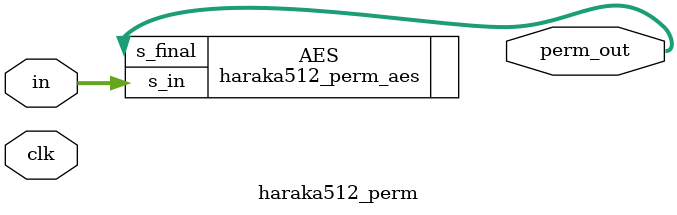
<source format=v>
`timescale 1ns / 1ps

//    unsigned char s[64], tmp[16];

//    memcpy(s, in, 16);
//    memcpy(s + 16, in + 16, 16);
//    memcpy(s + 32, in + 32, 16);
//    memcpy(s + 48, in + 48, 16);

//    for (i = 0; i < 5; ++i) {
//        // aes round(s)
//        for (j = 0; j < 2; ++j) {
//            aesenc(s, rc[4*2*i + 4*j]);
//            aesenc(s + 16, rc[4*2*i + 4*j + 1]);
//            aesenc(s + 32, rc[4*2*i + 4*j + 2]);
//            aesenc(s + 48, rc[4*2*i + 4*j + 3]);
//        }

//        // mixing
//        unpacklo32(tmp, s, s + 16);
//        unpackhi32(s, s, s + 16);
//        unpacklo32(s + 16, s + 32, s + 48);
//        unpackhi32(s + 32, s + 32, s + 48);
//        unpacklo32(s + 48, s, s + 32);
//        unpackhi32(s, s, s + 32);
//        unpackhi32(s + 32, s + 16, tmp);
//        unpacklo32(s + 16, s + 16, tmp);
//    }

//    memcpy(out, s, 64);
//}


module haraka512_perm(
input clk,
input [511:0] in,
output [511:0] perm_out
    );
wire [511:0] temp_s;

haraka512_perm_aes AES(
.s_in(in),
.s_final(perm_out) //c format
);



endmodule

</source>
